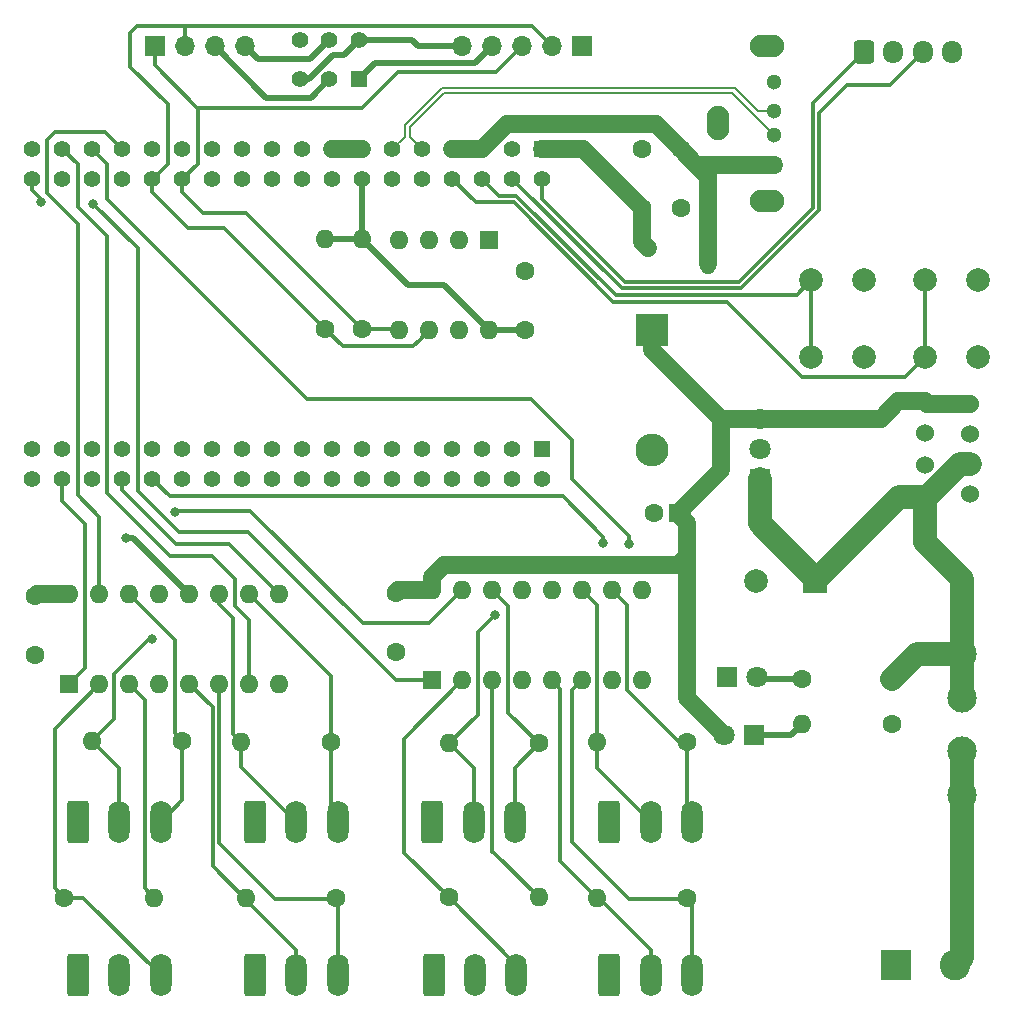
<source format=gbr>
%TF.GenerationSoftware,KiCad,Pcbnew,7.0.7*%
%TF.CreationDate,2023-10-03T01:03:54-04:00*%
%TF.ProjectId,PB_8_DMX,50425f38-5f44-44d5-982e-6b696361645f,v1*%
%TF.SameCoordinates,Original*%
%TF.FileFunction,Copper,L1,Top*%
%TF.FilePolarity,Positive*%
%FSLAX46Y46*%
G04 Gerber Fmt 4.6, Leading zero omitted, Abs format (unit mm)*
G04 Created by KiCad (PCBNEW 7.0.7) date 2023-10-03 01:03:54*
%MOMM*%
%LPD*%
G01*
G04 APERTURE LIST*
G04 Aperture macros list*
%AMRoundRect*
0 Rectangle with rounded corners*
0 $1 Rounding radius*
0 $2 $3 $4 $5 $6 $7 $8 $9 X,Y pos of 4 corners*
0 Add a 4 corners polygon primitive as box body*
4,1,4,$2,$3,$4,$5,$6,$7,$8,$9,$2,$3,0*
0 Add four circle primitives for the rounded corners*
1,1,$1+$1,$2,$3*
1,1,$1+$1,$4,$5*
1,1,$1+$1,$6,$7*
1,1,$1+$1,$8,$9*
0 Add four rect primitives between the rounded corners*
20,1,$1+$1,$2,$3,$4,$5,0*
20,1,$1+$1,$4,$5,$6,$7,0*
20,1,$1+$1,$6,$7,$8,$9,0*
20,1,$1+$1,$8,$9,$2,$3,0*%
G04 Aperture macros list end*
%TA.AperFunction,ComponentPad*%
%ADD10R,1.600000X1.600000*%
%TD*%
%TA.AperFunction,ComponentPad*%
%ADD11C,1.600000*%
%TD*%
%TA.AperFunction,ComponentPad*%
%ADD12RoundRect,0.250000X-0.650000X-1.550000X0.650000X-1.550000X0.650000X1.550000X-0.650000X1.550000X0*%
%TD*%
%TA.AperFunction,ComponentPad*%
%ADD13O,1.800000X3.600000*%
%TD*%
%TA.AperFunction,ComponentPad*%
%ADD14R,1.300000X1.300000*%
%TD*%
%TA.AperFunction,ComponentPad*%
%ADD15C,1.300000*%
%TD*%
%TA.AperFunction,ComponentPad*%
%ADD16O,2.900000X1.900000*%
%TD*%
%TA.AperFunction,ComponentPad*%
%ADD17O,1.900000X2.900000*%
%TD*%
%TA.AperFunction,ComponentPad*%
%ADD18R,1.700000X1.700000*%
%TD*%
%TA.AperFunction,ComponentPad*%
%ADD19O,1.700000X1.700000*%
%TD*%
%TA.AperFunction,ComponentPad*%
%ADD20R,1.800000X1.800000*%
%TD*%
%TA.AperFunction,ComponentPad*%
%ADD21C,1.800000*%
%TD*%
%TA.AperFunction,ComponentPad*%
%ADD22C,1.524000*%
%TD*%
%TA.AperFunction,ComponentPad*%
%ADD23C,1.270000*%
%TD*%
%TA.AperFunction,ComponentPad*%
%ADD24R,1.408000X1.408000*%
%TD*%
%TA.AperFunction,ComponentPad*%
%ADD25C,1.408000*%
%TD*%
%TA.AperFunction,ComponentPad*%
%ADD26O,1.600000X1.600000*%
%TD*%
%TA.AperFunction,ComponentPad*%
%ADD27RoundRect,0.250000X-0.600000X-0.725000X0.600000X-0.725000X0.600000X0.725000X-0.600000X0.725000X0*%
%TD*%
%TA.AperFunction,ComponentPad*%
%ADD28O,1.700000X1.950000*%
%TD*%
%TA.AperFunction,ComponentPad*%
%ADD29R,1.400000X1.400000*%
%TD*%
%TA.AperFunction,ComponentPad*%
%ADD30C,1.400000*%
%TD*%
%TA.AperFunction,ComponentPad*%
%ADD31C,2.475000*%
%TD*%
%TA.AperFunction,ComponentPad*%
%ADD32R,2.600000X2.600000*%
%TD*%
%TA.AperFunction,ComponentPad*%
%ADD33C,2.600000*%
%TD*%
%TA.AperFunction,ComponentPad*%
%ADD34R,2.000000X2.000000*%
%TD*%
%TA.AperFunction,ComponentPad*%
%ADD35C,2.000000*%
%TD*%
%TA.AperFunction,ComponentPad*%
%ADD36R,2.800000X2.800000*%
%TD*%
%TA.AperFunction,ComponentPad*%
%ADD37O,2.800000X2.800000*%
%TD*%
%TA.AperFunction,ViaPad*%
%ADD38C,0.800000*%
%TD*%
%TA.AperFunction,Conductor*%
%ADD39C,1.500000*%
%TD*%
%TA.AperFunction,Conductor*%
%ADD40C,0.350000*%
%TD*%
%TA.AperFunction,Conductor*%
%ADD41C,0.500000*%
%TD*%
%TA.AperFunction,Conductor*%
%ADD42C,2.000000*%
%TD*%
%TA.AperFunction,Conductor*%
%ADD43C,0.200000*%
%TD*%
G04 APERTURE END LIST*
D10*
%TO.P,C2,1*%
%TO.N,+5V*%
X-10631088Y36445700D03*
D11*
%TO.P,C2,2*%
%TO.N,GND*%
X-12631088Y36445700D03*
%TD*%
D12*
%TO.P,J2,1,Pin_1*%
%TO.N,GND*%
X-61416200Y-2664300D03*
D13*
%TO.P,J2,2,Pin_2*%
%TO.N,/Output 1-8/DMX2-*%
X-57916200Y-2664300D03*
%TO.P,J2,3,Pin_3*%
%TO.N,/Output 1-8/DMX2+*%
X-54416200Y-2664300D03*
%TD*%
D12*
%TO.P,J5,1,Pin_1*%
%TO.N,GND*%
X-31416200Y10335700D03*
D13*
%TO.P,J5,2,Pin_2*%
%TO.N,/Output 1-8/DMX5-*%
X-27916200Y10335700D03*
%TO.P,J5,3,Pin_3*%
%TO.N,/Output 1-8/DMX5+*%
X-24416200Y10335700D03*
%TD*%
D12*
%TO.P,J6,1,Pin_1*%
%TO.N,GND*%
X-31301858Y-2664300D03*
D13*
%TO.P,J6,2,Pin_2*%
%TO.N,/Output 1-8/DMX6-*%
X-27801858Y-2664300D03*
%TO.P,J6,3,Pin_3*%
%TO.N,/Output 1-8/DMX6+*%
X-24301858Y-2664300D03*
%TD*%
D12*
%TO.P,J7,1,Pin_1*%
%TO.N,GND*%
X-16416200Y10335700D03*
D13*
%TO.P,J7,2,Pin_2*%
%TO.N,/Output 1-8/DMX7-*%
X-12916200Y10335700D03*
%TO.P,J7,3,Pin_3*%
%TO.N,/Output 1-8/DMX7+*%
X-9416200Y10335700D03*
%TD*%
D12*
%TO.P,J8,1,Pin_1*%
%TO.N,GND*%
X-16416200Y-2664300D03*
D13*
%TO.P,J8,2,Pin_2*%
%TO.N,/Output 1-8/DMX8-*%
X-12916200Y-2664300D03*
%TO.P,J8,3,Pin_3*%
%TO.N,/Output 1-8/DMX8+*%
X-9416200Y-2664300D03*
%TD*%
D12*
%TO.P,J1,1,Pin_1*%
%TO.N,GND*%
X-61416200Y10335700D03*
D13*
%TO.P,J1,2,Pin_2*%
%TO.N,/Output 1-8/DMX1-*%
X-57916200Y10335700D03*
%TO.P,J1,3,Pin_3*%
%TO.N,/Output 1-8/DMX1+*%
X-54416200Y10335700D03*
%TD*%
D12*
%TO.P,J3,1,Pin_1*%
%TO.N,GND*%
X-46416200Y10335700D03*
D13*
%TO.P,J3,2,Pin_2*%
%TO.N,/Output 1-8/DMX3-*%
X-42916200Y10335700D03*
%TO.P,J3,3,Pin_3*%
%TO.N,/Output 1-8/DMX3+*%
X-39416200Y10335700D03*
%TD*%
D12*
%TO.P,J4,1,Pin_1*%
%TO.N,GND*%
X-46416200Y-2664300D03*
D13*
%TO.P,J4,2,Pin_2*%
%TO.N,/Output 1-8/DMX4-*%
X-42916200Y-2664300D03*
%TO.P,J4,3,Pin_3*%
%TO.N,/Output 1-8/DMX4+*%
X-39416200Y-2664300D03*
%TD*%
D14*
%TO.P,J10,1,VBUS*%
%TO.N,V_USB*%
X-2467400Y65989900D03*
D15*
%TO.P,J10,2,D-*%
%TO.N,USB_D-*%
X-2467400Y68489900D03*
%TO.P,J10,3,D+*%
%TO.N,USB_D+*%
X-2467400Y70489900D03*
%TO.P,J10,4,GND*%
%TO.N,GND*%
X-2467400Y72989900D03*
D16*
%TO.P,J10,5,Shield*%
X-3067400Y62919900D03*
D17*
X-7247400Y69489900D03*
D16*
X-3067400Y76059900D03*
%TD*%
D18*
%TO.P,J11,1,Pin_1*%
%TO.N,unconnected-(J11-Pin_1-Pad1)*%
X-18734600Y76024900D03*
D19*
%TO.P,J11,2,Pin_2*%
%TO.N,I2C_SCL*%
X-21274600Y76024900D03*
%TO.P,J11,3,Pin_3*%
%TO.N,I2C_SDA*%
X-23814600Y76024900D03*
%TO.P,J11,4,Pin_4*%
%TO.N,+3.3V*%
X-26354600Y76024900D03*
%TO.P,J11,5,Pin_5*%
%TO.N,GND*%
X-28894600Y76024900D03*
%TD*%
D20*
%TO.P,U1,1,IN*%
%TO.N,+12P*%
X-3698200Y39365700D03*
D21*
%TO.P,U1,2,GND*%
%TO.N,GND*%
X-3698200Y41905700D03*
%TO.P,U1,3,OUT*%
%TO.N,+5V*%
X-3698200Y44445700D03*
D22*
%TO.P,U1,4,OUT*%
X14081800Y45715700D03*
%TO.P,U1,5,GND*%
%TO.N,GND*%
X14081800Y43175700D03*
%TO.P,U1,6,IN*%
%TO.N,+12P*%
X14081800Y40635700D03*
%TO.P,U1,7,EN*%
%TO.N,unconnected-(U1-EN-Pad7)*%
X14081800Y38095700D03*
%TO.P,U1,8,OUT*%
%TO.N,+5V*%
X10271800Y45947640D03*
%TO.P,U1,9,GND*%
%TO.N,GND*%
X10271800Y43252700D03*
%TO.P,U1,10,GND*%
X10271800Y40558700D03*
%TO.P,U1,11,IN*%
%TO.N,+12P*%
X10271800Y37863760D03*
%TD*%
D23*
%TO.P,F2,1*%
%TO.N,V_USB*%
X-8066200Y57285700D03*
%TO.P,F2,2*%
%TO.N,+5V*%
X-13166200Y58885700D03*
%TD*%
D11*
%TO.P,C3,1*%
%TO.N,V_USB*%
X-10341400Y67284900D03*
%TO.P,C3,2*%
%TO.N,GND*%
X-10341400Y62284900D03*
%TD*%
%TO.P,C5,1*%
%TO.N,+5V*%
X-13674600Y62294900D03*
%TO.P,C5,2*%
%TO.N,GND*%
X-13674600Y67294900D03*
%TD*%
D24*
%TO.P,U3,P1_1,SYS_VIN*%
%TO.N,+5V*%
X-22081500Y67318300D03*
D25*
%TO.P,U3,P1_2,AIN6/GPIO87*%
%TO.N,GPIO1*%
X-22081500Y64778300D03*
%TO.P,U3,P1_3,USB1_DRVVBUS*%
%TO.N,unconnected-(U3A-USB1_DRVVBUS-PadP1_3)*%
X-24621500Y67318300D03*
%TO.P,U3,P1_4,GPIO_89*%
%TO.N,GPIO2*%
X-24621500Y64778300D03*
%TO.P,U3,P1_5,USB1_VBUS*%
%TO.N,V_USB*%
X-27161500Y67318300D03*
%TO.P,U3,P1_6,SPI0_CS*%
%TO.N,BTN1*%
X-27161500Y64778300D03*
%TO.P,U3,P1_7,USB1_VIN*%
%TO.N,V_USB*%
X-29701500Y67318300D03*
%TO.P,U3,P1_8,SPI0_CLK*%
%TO.N,BTN2*%
X-29701500Y64778300D03*
%TO.P,U3,P1_9,USB1_DN*%
%TO.N,USB_D-*%
X-32241500Y67318300D03*
%TO.P,U3,P1_10,SPI0_MISO*%
%TO.N,unconnected-(U3A-SPI0_MISO-PadP1_10)*%
X-32241500Y64778300D03*
%TO.P,U3,P1_11,USB1_DP*%
%TO.N,USB_D+*%
X-34781500Y67318300D03*
%TO.P,U3,P1_12,SPI0_MOSI*%
%TO.N,unconnected-(U3A-SPI0_MOSI-PadP1_12)*%
X-34781500Y64778300D03*
%TO.P,U3,P1_13,USB1_ID*%
%TO.N,GND*%
X-37321500Y67318300D03*
%TO.P,U3,P1_14,SYS_3.3V*%
%TO.N,+3.3V*%
X-37321500Y64778300D03*
%TO.P,U3,P1_15,USB1_GND*%
%TO.N,GND*%
X-39861500Y67318300D03*
%TO.P,U3,P1_16,SYS_GND*%
X-39861500Y64778300D03*
%TO.P,U3,P1_17,AIN1.8V_REF-*%
X-42401500Y67318300D03*
%TO.P,U3,P1_18,AIN1.8V_REF+*%
%TO.N,unconnected-(U3A-AIN1.8V_REF+-PadP1_18)*%
X-42401500Y64778300D03*
%TO.P,U3,P1_19,AIN0(1.8V)*%
%TO.N,unconnected-(U3A-AIN0(1.8V)-PadP1_19)*%
X-44941500Y67318300D03*
%TO.P,U3,P1_20,GPIO_20*%
%TO.N,unconnected-(U3A-GPIO_20-PadP1_20)*%
X-44941500Y64778300D03*
%TO.P,U3,P1_21,AIN1(1.8V)*%
%TO.N,unconnected-(U3A-AIN1(1.8V)-PadP1_21)*%
X-47481500Y67318300D03*
%TO.P,U3,P1_22,SYS_GND*%
%TO.N,GND*%
X-47481500Y64778300D03*
%TO.P,U3,P1_23,AIN2(1.8V)*%
%TO.N,unconnected-(U3A-AIN2(1.8V)-PadP1_23)*%
X-50021500Y67318300D03*
%TO.P,U3,P1_24,SYS_VOUT*%
%TO.N,unconnected-(U3A-SYS_VOUT-PadP1_24)*%
X-50021500Y64778300D03*
%TO.P,U3,P1_25,AIN3(1.8V)*%
%TO.N,unconnected-(U3A-AIN3(1.8V)-PadP1_25)*%
X-52561500Y67318300D03*
%TO.P,U3,P1_26,I2C2_SDA*%
%TO.N,I2C_SDA*%
X-52561500Y64778300D03*
%TO.P,U3,P1_27,AIN4(1.8V)*%
%TO.N,unconnected-(U3A-AIN4(1.8V)-PadP1_27)*%
X-55101500Y67318300D03*
%TO.P,U3,P1_28,I2C2_SCL*%
%TO.N,I2C_SCL*%
X-55101500Y64778300D03*
%TO.P,U3,P1_29,PRU0_7*%
%TO.N,DATA1*%
X-57641500Y67318300D03*
%TO.P,U3,P1_30,UART0_TX*%
%TO.N,unconnected-(U3A-UART0_TX-PadP1_30)*%
X-57641500Y64778300D03*
%TO.P,U3,P1_31,PRU0_4*%
%TO.N,DATA8*%
X-60181500Y67318300D03*
%TO.P,U3,P1_32,UART0_RX*%
%TO.N,unconnected-(U3A-UART0_RX-PadP1_32)*%
X-60181500Y64778300D03*
%TO.P,U3,P1_33,PRU0_1*%
%TO.N,DATA4*%
X-62721500Y67318300D03*
%TO.P,U3,P1_34,GPIO_26*%
%TO.N,unconnected-(U3A-GPIO_26-PadP1_34)*%
X-62721500Y64778300D03*
%TO.P,U3,P1_35,PRU1_10*%
%TO.N,unconnected-(U3A-PRU1_10-PadP1_35)*%
X-65261500Y67318300D03*
%TO.P,U3,P1_36,PWM0_A*%
%TO.N,DATA6*%
X-65261500Y64778300D03*
D24*
%TO.P,U3,P2_1,PWM1_A*%
%TO.N,unconnected-(U3B-PWM1_A-PadP2_1)*%
X-22081500Y41918300D03*
D25*
%TO.P,U3,P2_2,GPIO_59*%
%TO.N,unconnected-(U3B-GPIO_59-PadP2_2)*%
X-22081500Y39378300D03*
%TO.P,U3,P2_3,GPIO_23*%
%TO.N,unconnected-(U3B-GPIO_23-PadP2_3)*%
X-24621500Y41918300D03*
%TO.P,U3,P2_4,GPIO_58*%
%TO.N,unconnected-(U3B-GPIO_58-PadP2_4)*%
X-24621500Y39378300D03*
%TO.P,U3,P2_5,UART4_RX*%
%TO.N,unconnected-(U3B-UART4_RX-PadP2_5)*%
X-27161500Y41918300D03*
%TO.P,U3,P2_6,GPIO_57*%
%TO.N,unconnected-(U3B-GPIO_57-PadP2_6)*%
X-27161500Y39378300D03*
%TO.P,U3,P2_7,UART4_TX*%
%TO.N,unconnected-(U3B-UART4_TX-PadP2_7)*%
X-29701500Y41918300D03*
%TO.P,U3,P2_8,GPIO_60*%
%TO.N,unconnected-(U3B-GPIO_60-PadP2_8)*%
X-29701500Y39378300D03*
%TO.P,U3,P2_9,I2C1_SCL*%
%TO.N,unconnected-(U3B-I2C1_SCL-PadP2_9)*%
X-32241500Y41918300D03*
%TO.P,U3,P2_10,GPIO_52*%
%TO.N,unconnected-(U3B-GPIO_52-PadP2_10)*%
X-32241500Y39378300D03*
%TO.P,U3,P2_11,I2C1_SDA*%
%TO.N,unconnected-(U3B-I2C1_SDA-PadP2_11)*%
X-34781500Y41918300D03*
%TO.P,U3,P2_12,SYS_PWRBTN*%
%TO.N,unconnected-(U3B-SYS_PWRBTN-PadP2_12)*%
X-34781500Y39378300D03*
%TO.P,U3,P2_13,SYS_VOUT*%
%TO.N,unconnected-(U3A-SYS_VOUT-PadP2_13)*%
X-37321500Y41918300D03*
%TO.P,U3,P2_14,BAT_VIN*%
%TO.N,unconnected-(U3B-BAT_VIN-PadP2_14)*%
X-37321500Y39378300D03*
%TO.P,U3,P2_15,SYS_GND*%
%TO.N,GND*%
X-39861500Y41918300D03*
%TO.P,U3,P2_16,BAT_TEMP*%
%TO.N,unconnected-(U3B-BAT_TEMP-PadP2_16)*%
X-39861500Y39378300D03*
%TO.P,U3,P2_17,GPIO_65*%
%TO.N,unconnected-(U3B-GPIO_65-PadP2_17)*%
X-42401500Y41918300D03*
%TO.P,U3,P2_18,GPIO_47*%
%TO.N,unconnected-(U3B-GPIO_47-PadP2_18)*%
X-42401500Y39378300D03*
%TO.P,U3,P2_19,GPIO_27*%
%TO.N,unconnected-(U3B-GPIO_27-PadP2_19)*%
X-44941500Y41918300D03*
%TO.P,U3,P2_20,GPIO_64*%
%TO.N,unconnected-(U3B-GPIO_64-PadP2_20)*%
X-44941500Y39378300D03*
%TO.P,U3,P2_21,SYS_GND*%
%TO.N,GND*%
X-47481500Y41918300D03*
%TO.P,U3,P2_22,GPIO_46*%
%TO.N,unconnected-(U3B-GPIO_46-PadP2_22)*%
X-47481500Y39378300D03*
%TO.P,U3,P2_23,SYS_3.3V*%
%TO.N,unconnected-(U3A-SYS_3.3V-PadP2_23)*%
X-50021500Y41918300D03*
%TO.P,U3,P2_24,GPIO_48*%
%TO.N,unconnected-(U3B-GPIO_48-PadP2_24)*%
X-50021500Y39378300D03*
%TO.P,U3,P2_25,SPI1_MOSI*%
%TO.N,unconnected-(U3B-SPI1_MOSI-PadP2_25)*%
X-52561500Y41918300D03*
%TO.P,U3,P2_26,SYS_NRST*%
%TO.N,unconnected-(U3B-SYS_NRST-PadP2_26)*%
X-52561500Y39378300D03*
%TO.P,U3,P2_27,SPI1_MISO*%
%TO.N,unconnected-(U3B-SPI1_MISO-PadP2_27)*%
X-55101500Y41918300D03*
%TO.P,U3,P2_28,PRU0_6*%
%TO.N,DATA7*%
X-55101500Y39378300D03*
%TO.P,U3,P2_29,SPI1_CLK*%
%TO.N,unconnected-(U3B-SPI1_CLK-PadP2_29)*%
X-57641500Y41918300D03*
%TO.P,U3,P2_30,PRU0_3*%
%TO.N,DATA3*%
X-57641500Y39378300D03*
%TO.P,U3,P2_31,SPI1_CS*%
%TO.N,unconnected-(U3B-SPI1_CS-PadP2_31)*%
X-60181500Y41918300D03*
%TO.P,U3,P2_32,PRU0_2*%
%TO.N,DATA5*%
X-60181500Y39378300D03*
%TO.P,U3,P2_33,GPIO_45*%
%TO.N,unconnected-(U3B-GPIO_45-PadP2_33)*%
X-62721500Y41918300D03*
%TO.P,U3,P2_34,PRU0_5*%
%TO.N,DATA2*%
X-62721500Y39378300D03*
%TO.P,U3,P2_35,AIN5/GPIO86*%
%TO.N,unconnected-(U3B-AIN5{slash}GPIO86-PadP2_35)*%
X-65261500Y41918300D03*
%TO.P,U3,P2_36,AIN7(1.8V)*%
%TO.N,unconnected-(U3B-AIN7(1.8V)-PadP2_36)*%
X-65261500Y39378300D03*
%TD*%
D18*
%TO.P,J13,1,Pin_1*%
%TO.N,I2C_SDA*%
X-54924600Y76024900D03*
D19*
%TO.P,J13,2,Pin_2*%
%TO.N,I2C_SCL*%
X-52384600Y76024900D03*
%TO.P,J13,3,Pin_3*%
%TO.N,/OLED_Pin_3*%
X-49844600Y76024900D03*
%TO.P,J13,4,Pin_4*%
%TO.N,/OLED_Pin_4*%
X-47304600Y76024900D03*
%TD*%
D20*
%TO.P,D1,1,K*%
%TO.N,GND*%
X-6431200Y22585700D03*
D21*
%TO.P,D1,2,A*%
%TO.N,Net-(D1-A)*%
X-3891200Y22585700D03*
%TD*%
D11*
%TO.P,R1,1*%
%TO.N,Net-(D1-A)*%
X-76200Y22460700D03*
D26*
%TO.P,R1,2*%
%TO.N,+12P*%
X7543800Y22460700D03*
%TD*%
D20*
%TO.P,D2,1,K*%
%TO.N,Net-(D2-K)*%
X-4136200Y17680700D03*
D21*
%TO.P,D2,2,A*%
%TO.N,+5V*%
X-6676200Y17680700D03*
%TD*%
D11*
%TO.P,R2,1*%
%TO.N,GND*%
X7518800Y18635700D03*
D26*
%TO.P,R2,2*%
%TO.N,Net-(D2-K)*%
X-101200Y18635700D03*
%TD*%
D27*
%TO.P,J12,1,Pin_1*%
%TO.N,GPIO1*%
X5116600Y75508900D03*
D28*
%TO.P,J12,2,Pin_2*%
%TO.N,GND*%
X7616600Y75508900D03*
%TO.P,J12,3,Pin_3*%
%TO.N,GPIO2*%
X10116600Y75508900D03*
%TO.P,J12,4,Pin_4*%
%TO.N,GND*%
X12616600Y75508900D03*
%TD*%
D29*
%TO.P,SW1,1,A*%
%TO.N,+3.3V*%
X-37621000Y73218900D03*
D30*
%TO.P,SW1,2,B*%
%TO.N,/OLED_Pin_3*%
X-40121000Y73218900D03*
%TO.P,SW1,3,C*%
%TO.N,GND*%
X-42621000Y73218900D03*
%TO.P,SW1,4,A*%
X-37621000Y76518900D03*
%TO.P,SW1,5,B*%
%TO.N,/OLED_Pin_4*%
X-40121000Y76518900D03*
%TO.P,SW1,6,C*%
%TO.N,+3.3V*%
X-42621000Y76518900D03*
%TD*%
D31*
%TO.P,F1,1_1,1*%
%TO.N,VIN2*%
X13433800Y12635700D03*
%TO.P,F1,1_2,1*%
X13433800Y16335700D03*
%TO.P,F1,2_1,2*%
%TO.N,+12P*%
X13433800Y20835700D03*
%TO.P,F1,2_2,2*%
X13433800Y24535700D03*
%TD*%
D32*
%TO.P,J9,1,Pin_1*%
%TO.N,GND*%
X7883800Y-1764300D03*
D33*
%TO.P,J9,2,Pin_2*%
%TO.N,VIN2*%
X12883800Y-1764300D03*
%TD*%
D34*
%TO.P,C1,1*%
%TO.N,+12P*%
X1001600Y30735900D03*
D35*
%TO.P,C1,2*%
%TO.N,GND*%
X-3998400Y30735900D03*
%TD*%
D11*
%TO.P,R3,1*%
%TO.N,I2C_SDA*%
X-37366200Y52085700D03*
D26*
%TO.P,R3,2*%
%TO.N,+3.3V*%
X-37366200Y59705700D03*
%TD*%
D11*
%TO.P,R4,1*%
%TO.N,I2C_SCL*%
X-40466200Y52085700D03*
D26*
%TO.P,R4,2*%
%TO.N,+3.3V*%
X-40466200Y59705700D03*
%TD*%
D10*
%TO.P,U2,1,A0*%
%TO.N,GND*%
X-26566200Y59585700D03*
D26*
%TO.P,U2,2,A1*%
X-29106200Y59585700D03*
%TO.P,U2,3,A2*%
X-31646200Y59585700D03*
%TO.P,U2,4,GND*%
X-34186200Y59585700D03*
%TO.P,U2,5,SDA*%
%TO.N,I2C_SDA*%
X-34186200Y51965700D03*
%TO.P,U2,6,SCL*%
%TO.N,I2C_SCL*%
X-31646200Y51965700D03*
%TO.P,U2,7,WP*%
%TO.N,GND*%
X-29106200Y51965700D03*
%TO.P,U2,8,VCC*%
%TO.N,+3.3V*%
X-26566200Y51965700D03*
%TD*%
D11*
%TO.P,C4,1*%
%TO.N,+3.3V*%
X-23566200Y51985700D03*
%TO.P,C4,2*%
%TO.N,GND*%
X-23566200Y56985700D03*
%TD*%
D35*
%TO.P,SW2,1,A*%
%TO.N,GND*%
X5183800Y56185700D03*
X5183800Y49685700D03*
%TO.P,SW2,2,B*%
%TO.N,BTN1*%
X683800Y56185700D03*
X683800Y49685700D03*
%TD*%
%TO.P,SW3,1,A*%
%TO.N,GND*%
X14783800Y56185700D03*
X14783800Y49685700D03*
%TO.P,SW3,2,B*%
%TO.N,BTN2*%
X10283800Y56185700D03*
X10283800Y49685700D03*
%TD*%
D36*
%TO.P,D3,1,K*%
%TO.N,+5V*%
X-12806200Y51995700D03*
D37*
%TO.P,D3,2,A*%
%TO.N,GND*%
X-12806200Y41835700D03*
%TD*%
D10*
%TO.P,IC2,1,1A*%
%TO.N,DATA6*%
X-31416200Y22315700D03*
D26*
%TO.P,IC2,2,1Y*%
%TO.N,/Output 1-8/DMX6+*%
X-28876200Y22315700D03*
%TO.P,IC2,3,1Z*%
%TO.N,/Output 1-8/DMX6-*%
X-26336200Y22315700D03*
%TO.P,IC2,4,G*%
%TO.N,unconnected-(IC2-G-Pad4)*%
X-23796200Y22315700D03*
%TO.P,IC2,5,2Z*%
%TO.N,/Output 1-8/DMX8-*%
X-21256200Y22315700D03*
%TO.P,IC2,6,2Y*%
%TO.N,/Output 1-8/DMX8+*%
X-18716200Y22315700D03*
%TO.P,IC2,7,2A*%
%TO.N,DATA8*%
X-16176200Y22315700D03*
%TO.P,IC2,8,GND*%
%TO.N,GND*%
X-13636200Y22315700D03*
%TO.P,IC2,9,3A*%
%TO.N,DATA7*%
X-13636200Y29935700D03*
%TO.P,IC2,10,3Y*%
%TO.N,/Output 1-8/DMX7+*%
X-16176200Y29935700D03*
%TO.P,IC2,11,3Z*%
%TO.N,/Output 1-8/DMX7-*%
X-18716200Y29935700D03*
%TO.P,IC2,12,~{G}*%
%TO.N,GND*%
X-21256200Y29935700D03*
%TO.P,IC2,13,4Z*%
%TO.N,/Output 1-8/DMX5-*%
X-23796200Y29935700D03*
%TO.P,IC2,14,4Y*%
%TO.N,/Output 1-8/DMX5+*%
X-26336200Y29935700D03*
%TO.P,IC2,15,4A*%
%TO.N,DATA5*%
X-28876200Y29935700D03*
%TO.P,IC2,16,VCC*%
%TO.N,+5V*%
X-31416200Y29935700D03*
%TD*%
D11*
%TO.P,R12,1*%
%TO.N,/Output 1-8/DMX5+*%
X-22366200Y16985700D03*
D26*
%TO.P,R12,2*%
%TO.N,/Output 1-8/DMX5-*%
X-29986200Y16985700D03*
%TD*%
D11*
%TO.P,C7,1*%
%TO.N,+5V*%
X-34516200Y29735700D03*
%TO.P,C7,2*%
%TO.N,GND*%
X-34516200Y24735700D03*
%TD*%
%TO.P,C6,1*%
%TO.N,+5V*%
X-65016200Y29485700D03*
%TO.P,C6,2*%
%TO.N,GND*%
X-65016200Y24485700D03*
%TD*%
%TO.P,R7,1*%
%TO.N,/Output 1-8/DMX3+*%
X-39966200Y17135700D03*
D26*
%TO.P,R7,2*%
%TO.N,/Output 1-8/DMX3-*%
X-47586200Y17135700D03*
%TD*%
D11*
%TO.P,R6,1*%
%TO.N,/Output 1-8/DMX4+*%
X-39566200Y3885700D03*
D26*
%TO.P,R6,2*%
%TO.N,/Output 1-8/DMX4-*%
X-47186200Y3885700D03*
%TD*%
D11*
%TO.P,R11,1*%
%TO.N,/Output 1-8/DMX7+*%
X-9856200Y17135700D03*
D26*
%TO.P,R11,2*%
%TO.N,/Output 1-8/DMX7-*%
X-17476200Y17135700D03*
%TD*%
D11*
%TO.P,R8,1*%
%TO.N,/Output 1-8/DMX1+*%
X-52566200Y17185700D03*
D26*
%TO.P,R8,2*%
%TO.N,/Output 1-8/DMX1-*%
X-60186200Y17185700D03*
%TD*%
D11*
%TO.P,R9,1*%
%TO.N,/Output 1-8/DMX6+*%
X-30026200Y3935700D03*
D26*
%TO.P,R9,2*%
%TO.N,/Output 1-8/DMX6-*%
X-22406200Y3935700D03*
%TD*%
D11*
%TO.P,R10,1*%
%TO.N,/Output 1-8/DMX8+*%
X-9816200Y3885700D03*
D26*
%TO.P,R10,2*%
%TO.N,/Output 1-8/DMX8-*%
X-17436200Y3885700D03*
%TD*%
D10*
%TO.P,IC1,1,1A*%
%TO.N,DATA2*%
X-62136200Y21985700D03*
D26*
%TO.P,IC1,2,1Y*%
%TO.N,/Output 1-8/DMX2+*%
X-59596200Y21985700D03*
%TO.P,IC1,3,1Z*%
%TO.N,/Output 1-8/DMX2-*%
X-57056200Y21985700D03*
%TO.P,IC1,4,G*%
%TO.N,unconnected-(IC1-G-Pad4)*%
X-54516200Y21985700D03*
%TO.P,IC1,5,2Z*%
%TO.N,/Output 1-8/DMX4-*%
X-51976200Y21985700D03*
%TO.P,IC1,6,2Y*%
%TO.N,/Output 1-8/DMX4+*%
X-49436200Y21985700D03*
%TO.P,IC1,7,2A*%
%TO.N,DATA4*%
X-46896200Y21985700D03*
%TO.P,IC1,8,GND*%
%TO.N,GND*%
X-44356200Y21985700D03*
%TO.P,IC1,9,3A*%
%TO.N,DATA3*%
X-44356200Y29605700D03*
%TO.P,IC1,10,3Y*%
%TO.N,/Output 1-8/DMX3+*%
X-46896200Y29605700D03*
%TO.P,IC1,11,3Z*%
%TO.N,/Output 1-8/DMX3-*%
X-49436200Y29605700D03*
%TO.P,IC1,12,~{G}*%
%TO.N,GND*%
X-51976200Y29605700D03*
%TO.P,IC1,13,4Z*%
%TO.N,/Output 1-8/DMX1-*%
X-54516200Y29605700D03*
%TO.P,IC1,14,4Y*%
%TO.N,/Output 1-8/DMX1+*%
X-57056200Y29605700D03*
%TO.P,IC1,15,4A*%
%TO.N,DATA1*%
X-59596200Y29605700D03*
%TO.P,IC1,16,VCC*%
%TO.N,+5V*%
X-62136200Y29605700D03*
%TD*%
D11*
%TO.P,R5,1*%
%TO.N,/Output 1-8/DMX2+*%
X-62566200Y3885700D03*
D26*
%TO.P,R5,2*%
%TO.N,/Output 1-8/DMX2-*%
X-54946200Y3885700D03*
%TD*%
D38*
%TO.N,GND*%
X-57316200Y34385700D03*
%TO.N,DATA5*%
X-53216200Y36585700D03*
%TO.N,DATA6*%
X-60116200Y62685700D03*
X-64516200Y62785700D03*
%TO.N,DATA7*%
X-16916200Y33985700D03*
%TO.N,DATA8*%
X-14716200Y33885700D03*
%TO.N,/Output 1-8/DMX1-*%
X-55116200Y25785700D03*
%TO.N,/Output 1-8/DMX5-*%
X-26066200Y27885700D03*
%TD*%
D39*
%TO.N,GND*%
X-39861500Y67318300D02*
X-37321500Y67318300D01*
D40*
%TO.N,DATA1*%
X-63316200Y68785700D02*
X-59108900Y68785700D01*
X-64016200Y63585700D02*
X-64016200Y68085700D01*
X-61416200Y37985700D02*
X-61416200Y60985700D01*
X-59596200Y36165700D02*
X-61416200Y37985700D01*
X-61416200Y60985700D02*
X-64016200Y63585700D01*
X-64016200Y68085700D02*
X-63316200Y68785700D01*
X-59108900Y68785700D02*
X-57641500Y67318300D01*
X-59596200Y29605700D02*
X-59596200Y36165700D01*
D39*
%TO.N,+5V*%
X-18648800Y67318300D02*
X-22081500Y67318300D01*
X-13674600Y62344100D02*
X-18648800Y67318300D01*
X-13674600Y62294900D02*
X-13674600Y62344100D01*
D40*
%TO.N,I2C_SDA*%
X-26053800Y73785700D02*
X-23814600Y76024900D01*
X-34344200Y73785700D02*
X-26053800Y73785700D01*
X-37349400Y70780500D02*
X-34344200Y73785700D01*
X-51311600Y70780500D02*
X-37349400Y70780500D01*
D41*
%TO.N,+3.3V*%
X-36234000Y74605900D02*
X-37621000Y73218900D01*
X-27773600Y74605900D02*
X-36234000Y74605900D01*
X-26354600Y76024900D02*
X-27773600Y74605900D01*
%TO.N,GND*%
X-33149400Y76518900D02*
X-32655400Y76024900D01*
X-37621000Y76518900D02*
X-33149400Y76518900D01*
X-32655400Y76024900D02*
X-28894600Y76024900D01*
D40*
%TO.N,DATA5*%
X-31676200Y27135700D02*
X-28876200Y29935700D01*
X-37316200Y27135700D02*
X-31676200Y27135700D01*
X-46816200Y36635700D02*
X-37316200Y27135700D01*
X-53216200Y36585700D02*
X-53166200Y36635700D01*
X-53166200Y36635700D02*
X-46816200Y36635700D01*
D39*
%TO.N,+5V*%
X8045740Y45947640D02*
X10271800Y45947640D01*
X6543800Y44445700D02*
X8045740Y45947640D01*
X-3698200Y44445700D02*
X6543800Y44445700D01*
D42*
%TO.N,+12P*%
X13264909Y40635700D02*
X10492969Y37863760D01*
X14081800Y40635700D02*
X13264909Y40635700D01*
X10492969Y37863760D02*
X10271800Y37863760D01*
D41*
%TO.N,GND*%
X-42621000Y73218900D02*
X-41888767Y73218900D01*
X-39838767Y75268900D02*
X-38871000Y75268900D01*
X-41888767Y73218900D02*
X-39838767Y75268900D01*
X-51976200Y29605700D02*
X-56756200Y34385700D01*
X-56756200Y34385700D02*
X-57316200Y34385700D01*
X-38871000Y75268900D02*
X-37621000Y76518900D01*
D39*
%TO.N,+5V*%
X-31416200Y29935700D02*
X-31416200Y31067070D01*
X-12806200Y50275700D02*
X-6976200Y44445700D01*
X-10631088Y36445700D02*
X-6976200Y40100588D01*
X-62136200Y29605700D02*
X-64896200Y29605700D01*
X10503740Y45715700D02*
X10271800Y45947640D01*
X-13674600Y59394100D02*
X-13166200Y58885700D01*
X-10631088Y36445700D02*
X-9816200Y35630812D01*
X-13674600Y62294900D02*
X-13674600Y59394100D01*
X-30397570Y32085700D02*
X-10616200Y32085700D01*
X-9816200Y20820700D02*
X-6676200Y17680700D01*
X-34316200Y29935700D02*
X-34516200Y29735700D01*
X-9816200Y35630812D02*
X-9816200Y32885700D01*
X-12806200Y51995700D02*
X-12806200Y50275700D01*
X-9816200Y32885700D02*
X-9816200Y20820700D01*
X-31416200Y31067070D02*
X-30397570Y32085700D01*
X-64896200Y29605700D02*
X-65016200Y29485700D01*
X-31416200Y29935700D02*
X-34316200Y29935700D01*
X-6976200Y40100588D02*
X-6976200Y44445700D01*
X-10616200Y32085700D02*
X-9816200Y32885700D01*
X-6976200Y44445700D02*
X-3698200Y44445700D01*
X14081800Y45715700D02*
X10503740Y45715700D01*
D42*
%TO.N,VIN2*%
X13433800Y-1214300D02*
X12883800Y-1764300D01*
X13433800Y12635700D02*
X13433800Y-1214300D01*
X13433800Y16335700D02*
X13433800Y12635700D01*
D43*
%TO.N,USB_D+*%
X-3831003Y70489900D02*
X-2467400Y70489900D01*
X-33736500Y69344400D02*
X-30602200Y72478700D01*
X-5819803Y72478700D02*
X-3831003Y70489900D01*
X-30602200Y72478700D02*
X-5819803Y72478700D01*
X-33736500Y68363300D02*
X-33736500Y69344400D01*
X-34781500Y67318300D02*
X-33736500Y68363300D01*
%TO.N,USB_D-*%
X-4149202Y70171702D02*
X-2467400Y68489900D01*
X-33286500Y69158000D02*
X-30415800Y72028700D01*
X-33286500Y68363300D02*
X-33286500Y69158000D01*
X-32241500Y67318300D02*
X-33286500Y68363300D01*
X-30415800Y72028700D02*
X-6006200Y72028700D01*
X-6006200Y72028700D02*
X-4149202Y70171702D01*
D39*
%TO.N,V_USB*%
X-29701500Y67318300D02*
X-27161500Y67318300D01*
X-2467400Y65989900D02*
X-9046400Y65989900D01*
X-8066200Y57585700D02*
X-8066200Y65009700D01*
X-27161500Y67318300D02*
X-25074100Y69405700D01*
X-9046400Y65989900D02*
X-10341400Y67284900D01*
X-12462200Y69405700D02*
X-10341400Y67284900D01*
X-25074100Y69405700D02*
X-12462200Y69405700D01*
X-8066200Y65009700D02*
X-9046400Y65989900D01*
D40*
%TO.N,DATA2*%
X-60771200Y35590700D02*
X-60771200Y23350700D01*
X-62721500Y37541000D02*
X-60771200Y35590700D01*
X-60771200Y23350700D02*
X-62136200Y21985700D01*
X-62721500Y39378300D02*
X-62721500Y37541000D01*
X-62721500Y39378300D02*
X-62721500Y39280400D01*
%TO.N,DATA3*%
X-53116200Y33885700D02*
X-57641500Y38411000D01*
X-44356200Y29605700D02*
X-48636200Y33885700D01*
X-48636200Y33885700D02*
X-53116200Y33885700D01*
X-57641500Y38411000D02*
X-57641500Y39378300D01*
%TO.N,DATA4*%
X-46896200Y21985700D02*
X-46896200Y27465700D01*
X-48071200Y28640700D02*
X-48071200Y30890700D01*
X-53616200Y32885700D02*
X-58941200Y38210700D01*
X-61416200Y62385700D02*
X-61416200Y66013000D01*
X-58941200Y59910700D02*
X-61416200Y62385700D01*
X-50066200Y32885700D02*
X-53616200Y32885700D01*
X-48071200Y30890700D02*
X-50066200Y32885700D01*
X-46896200Y27465700D02*
X-48071200Y28640700D01*
X-58941200Y38210700D02*
X-58941200Y59910700D01*
X-61416200Y66013000D02*
X-62721500Y67318300D01*
%TO.N,DATA6*%
X-47017761Y34885700D02*
X-34447761Y22315700D01*
X-52816200Y34885700D02*
X-47017761Y34885700D01*
X-64516200Y62785700D02*
X-64516200Y63085700D01*
X-65261500Y63831000D02*
X-65261500Y64778300D01*
X-34447761Y22315700D02*
X-31416200Y22315700D01*
X-56316200Y58885700D02*
X-56316200Y38385700D01*
X-60116200Y62685700D02*
X-56316200Y58885700D01*
X-64516200Y63085700D02*
X-65261500Y63831000D01*
X-56316200Y38385700D02*
X-52816200Y34885700D01*
%TO.N,DATA7*%
X-16916200Y34485700D02*
X-20316200Y37885700D01*
X-16916200Y33985700D02*
X-16916200Y34485700D01*
X-53608900Y37885700D02*
X-55101500Y39378300D01*
X-20316200Y37885700D02*
X-53608900Y37885700D01*
%TO.N,DATA8*%
X-42016200Y46135700D02*
X-58916200Y63035700D01*
X-19566200Y39385700D02*
X-19566200Y42635700D01*
X-23066200Y46135700D02*
X-42016200Y46135700D01*
X-58916200Y63035700D02*
X-58916200Y66053000D01*
X-19566200Y42635700D02*
X-23066200Y46135700D01*
X-58916200Y66053000D02*
X-60181500Y67318300D01*
X-14716200Y34535700D02*
X-19566200Y39385700D01*
X-14716200Y33885700D02*
X-14716200Y34535700D01*
%TO.N,I2C_SDA*%
X-34306200Y52085700D02*
X-34186200Y51965700D01*
X-51286200Y70755100D02*
X-51311600Y70780500D01*
X-54924600Y76024900D02*
X-54924600Y74393500D01*
X-52561500Y63631000D02*
X-52561500Y64778300D01*
X-37366200Y52085700D02*
X-47166200Y61885700D01*
X-52561500Y64778300D02*
X-51286200Y66053600D01*
X-51286200Y66053600D02*
X-51286200Y70755100D01*
X-54924600Y74393500D02*
X-51311600Y70780500D01*
X-37366200Y52085700D02*
X-34306200Y52085700D01*
X-47166200Y61885700D02*
X-50816200Y61885700D01*
X-50816200Y61885700D02*
X-52561500Y63631000D01*
%TO.N,I2C_SCL*%
X-52384600Y77734900D02*
X-52384600Y76024900D01*
X-22984600Y77734900D02*
X-50674600Y77734900D01*
X-53794600Y66064900D02*
X-53794600Y71074900D01*
X-21274600Y76024900D02*
X-22984600Y77734900D01*
X-33026200Y50585700D02*
X-32446199Y51165701D01*
X-38966200Y50585700D02*
X-33026200Y50585700D01*
X-55101500Y63671000D02*
X-55101500Y64778300D01*
X-56994600Y77134900D02*
X-56394600Y77734900D01*
X-55081200Y64778300D02*
X-53794600Y66064900D01*
X-56994600Y74274900D02*
X-56994600Y77134900D01*
X-40466200Y52085700D02*
X-49016200Y60635700D01*
X-40466200Y52085700D02*
X-38966200Y50585700D01*
X-56394600Y77734900D02*
X-50674600Y77734900D01*
X-55101500Y64778300D02*
X-55081200Y64778300D01*
X-32446199Y51165701D02*
X-31646200Y51965700D01*
X-53794600Y71074900D02*
X-56994600Y74274900D01*
X-52066200Y60635700D02*
X-55101500Y63671000D01*
X-49016200Y60635700D02*
X-52066200Y60635700D01*
X-50674600Y77734900D02*
X-52384600Y77734900D01*
D42*
%TO.N,+12P*%
X1001600Y30735900D02*
X1001600Y30903100D01*
X-3698200Y35602900D02*
X-3698200Y39365700D01*
X10271800Y37863760D02*
X8129460Y37863760D01*
X10271800Y37863760D02*
X10271800Y34047700D01*
X13433800Y20835700D02*
X13433800Y24535700D01*
X9618800Y24535700D02*
X7543800Y22460700D01*
X10271800Y34047700D02*
X13433800Y30885700D01*
X1001600Y30903100D02*
X-3698200Y35602900D01*
X8129460Y37863760D02*
X1001600Y30735900D01*
X13433800Y24535700D02*
X9618800Y24535700D01*
X13433800Y30885700D02*
X13433800Y24535700D01*
D40*
%TO.N,/Output 1-8/DMX2+*%
X-63376200Y18205700D02*
X-63376200Y4695700D01*
X-62566200Y3885700D02*
X-60966200Y3885700D01*
X-63376200Y4695700D02*
X-62566200Y3885700D01*
X-59596200Y21985700D02*
X-63376200Y18205700D01*
X-60966200Y3885700D02*
X-54416200Y-2664300D01*
%TO.N,/Output 1-8/DMX2-*%
X-55756200Y4695700D02*
X-54946200Y3885700D01*
X-57056200Y21985700D02*
X-55756200Y20685700D01*
X-55756200Y20685700D02*
X-55756200Y4695700D01*
%TO.N,/Output 1-8/DMX4-*%
X-47186200Y3885700D02*
X-47316200Y3885700D01*
X-42916200Y-514300D02*
X-47186200Y3755700D01*
X-47186200Y3755700D02*
X-47186200Y3885700D01*
X-47316200Y3885700D02*
X-50016200Y6585700D01*
X-50016200Y6585700D02*
X-50016200Y20025700D01*
X-50016200Y20025700D02*
X-51976200Y21985700D01*
X-42916200Y-2664300D02*
X-42916200Y-514300D01*
%TO.N,/Output 1-8/DMX4+*%
X-44741200Y3835700D02*
X-49436200Y8530700D01*
X-39616200Y3835700D02*
X-44741200Y3835700D01*
X-39566200Y3885700D02*
X-39616200Y3835700D01*
X-49436200Y8530700D02*
X-49436200Y21985700D01*
X-39416200Y3735700D02*
X-39566200Y3885700D01*
X-39416200Y-2664300D02*
X-39416200Y3735700D01*
%TO.N,/Output 1-8/DMX3+*%
X-39966200Y10885700D02*
X-39416200Y10335700D01*
X-39966200Y17135700D02*
X-39966200Y10885700D01*
X-39966200Y22675700D02*
X-46896200Y29605700D01*
X-39966200Y17135700D02*
X-39966200Y22675700D01*
%TO.N,/Output 1-8/DMX3-*%
X-48261200Y17810700D02*
X-48261200Y27580700D01*
X-47586200Y15005700D02*
X-47586200Y17135700D01*
X-47586200Y17135700D02*
X-48261200Y17810700D01*
X-48261200Y27580700D02*
X-49436200Y28755700D01*
X-49436200Y28755700D02*
X-49436200Y29605700D01*
X-42916200Y10335700D02*
X-47586200Y15005700D01*
%TO.N,/Output 1-8/DMX1-*%
X-60186200Y17185700D02*
X-60186200Y17193999D01*
X-58366200Y22835700D02*
X-55416200Y25785700D01*
X-58366200Y19013999D02*
X-58366200Y22835700D01*
X-57916200Y10335700D02*
X-57916200Y14915700D01*
X-55416200Y25785700D02*
X-55116200Y25785700D01*
X-57916200Y14915700D02*
X-60186200Y17185700D01*
X-60186200Y17193999D02*
X-58366200Y19013999D01*
%TO.N,/Output 1-8/DMX1+*%
X-52566200Y17185700D02*
X-52566200Y12185700D01*
X-53216200Y25765700D02*
X-57056200Y29605700D01*
X-53216200Y17835700D02*
X-53216200Y25765700D01*
X-52566200Y17185700D02*
X-53216200Y17835700D01*
X-52566200Y12185700D02*
X-54416200Y10335700D01*
%TO.N,/Output 1-8/DMX6+*%
X-33816200Y17375700D02*
X-33816200Y7725700D01*
X-28876200Y22315700D02*
X-33816200Y17375700D01*
X-24301858Y-1788642D02*
X-24301858Y-2664300D01*
X-33816200Y7725700D02*
X-30026200Y3935700D01*
X-30026200Y3935700D02*
X-24301858Y-1788642D01*
%TO.N,/Output 1-8/DMX6-*%
X-26296200Y7825700D02*
X-22406200Y3935700D01*
X-26336200Y22315700D02*
X-26336200Y7825700D01*
X-26336200Y7825700D02*
X-26296200Y7825700D01*
%TO.N,/Output 1-8/DMX8-*%
X-20566200Y7015700D02*
X-20566200Y21625700D01*
X-20566200Y21625700D02*
X-21256200Y22315700D01*
X-17436200Y3885700D02*
X-20566200Y7015700D01*
X-12916200Y-2664300D02*
X-12916200Y-514300D01*
X-17316200Y3885700D02*
X-17436200Y3885700D01*
X-12916200Y-514300D02*
X-17316200Y3885700D01*
%TO.N,/Output 1-8/DMX8+*%
X-19566200Y21465700D02*
X-18716200Y22315700D01*
X-19566200Y8635700D02*
X-19566200Y21465700D01*
X-9816200Y3885700D02*
X-9916200Y3785700D01*
X-9416200Y-2664300D02*
X-9416200Y3485700D01*
X-14716200Y3785700D02*
X-19566200Y8635700D01*
X-9916200Y3785700D02*
X-14716200Y3785700D01*
X-9416200Y3485700D02*
X-9816200Y3885700D01*
%TO.N,/Output 1-8/DMX7+*%
X-10516200Y17135700D02*
X-9856200Y17135700D01*
X-9856200Y17135700D02*
X-9856200Y10775700D01*
X-16176200Y29935700D02*
X-14911200Y28670700D01*
X-9856200Y10775700D02*
X-9416200Y10335700D01*
X-14911200Y21530700D02*
X-10516200Y17135700D01*
X-14911200Y28670700D02*
X-14911200Y21530700D01*
%TO.N,GPIO2*%
X1333311Y70335211D02*
X3733800Y72735700D01*
X1333311Y62118086D02*
X1333311Y70335211D01*
X-24621500Y64778300D02*
X-15377923Y55534723D01*
X-15377923Y55534723D02*
X-5250051Y55534723D01*
X3733800Y72735700D02*
X7343400Y72735700D01*
X7343400Y72735700D02*
X10116600Y75508900D01*
X-5250051Y55534723D02*
X1333311Y62118086D01*
%TO.N,GPIO1*%
X783800Y62345700D02*
X-5477667Y56084233D01*
X783800Y71176100D02*
X783800Y62345700D01*
X-5477667Y56084233D02*
X-15054733Y56084233D01*
X-22081500Y63111000D02*
X-22081500Y64778300D01*
X5116600Y75508900D02*
X783800Y71176100D01*
X-15054733Y56084233D02*
X-22081500Y63111000D01*
D41*
%TO.N,/OLED_Pin_4*%
X-46175000Y74895300D02*
X-47304600Y76024900D01*
X-41744600Y74895300D02*
X-46175000Y74895300D01*
X-40121000Y76518900D02*
X-41744600Y74895300D01*
%TO.N,/OLED_Pin_3*%
X-41704200Y71635700D02*
X-45455400Y71635700D01*
X-45455400Y71635700D02*
X-49844600Y76024900D01*
X-40121000Y73218900D02*
X-41704200Y71635700D01*
D40*
%TO.N,/Output 1-8/DMX7-*%
X-17476200Y14895700D02*
X-12916200Y10335700D01*
X-17476200Y17135700D02*
X-17476200Y14895700D01*
X-17476200Y17135700D02*
X-17476200Y28695700D01*
X-17476200Y28695700D02*
X-18716200Y29935700D01*
%TO.N,BTN1*%
X683800Y56185700D02*
X683800Y54771487D01*
X-25718900Y63335700D02*
X-27161500Y64778300D01*
X683800Y56185700D02*
X-565220Y54936680D01*
X-15892180Y54936680D02*
X-24291200Y63335700D01*
X-24291200Y63335700D02*
X-25718900Y63335700D01*
X683800Y54771487D02*
X683800Y49685700D01*
X-565220Y54936680D02*
X-15892180Y54936680D01*
%TO.N,BTN2*%
X-6467180Y54386680D02*
X-16134305Y54386680D01*
X8633800Y48035700D02*
X-116200Y48035700D01*
X10283800Y49685700D02*
X10283800Y56185700D01*
X-24533314Y62785689D02*
X-27708889Y62785689D01*
X-27708889Y62785689D02*
X-29701500Y64778300D01*
X10283800Y49685700D02*
X8633800Y48035700D01*
X-16134305Y54386680D02*
X-24533314Y62785689D01*
X-116200Y48035700D02*
X-6467180Y54386680D01*
%TO.N,/Output 1-8/DMX5-*%
X-29986200Y16985700D02*
X-27566200Y19405700D01*
X-27916200Y14915700D02*
X-29986200Y16985700D01*
X-27566200Y26385700D02*
X-26066200Y27885700D01*
X-27916200Y10335700D02*
X-27916200Y14915700D01*
X-27566200Y19405700D02*
X-27566200Y26385700D01*
%TO.N,/Output 1-8/DMX5+*%
X-22366200Y16985700D02*
X-24971200Y19590700D01*
X-24416200Y10335700D02*
X-24416200Y14935700D01*
X-24971200Y19590700D02*
X-24971200Y28570700D01*
X-24971200Y28570700D02*
X-26336200Y29935700D01*
X-24416200Y14935700D02*
X-22366200Y16985700D01*
D41*
%TO.N,+3.3V*%
X-37366200Y59705700D02*
X-40466200Y59705700D01*
X-26546200Y51985700D02*
X-26566200Y51965700D01*
X-37321500Y64778300D02*
X-37321500Y59750400D01*
X-37366200Y59685700D02*
X-33466200Y55785700D01*
X-23566200Y51985700D02*
X-26546200Y51985700D01*
X-30386200Y55785700D02*
X-27366199Y52765699D01*
X-27366199Y52765699D02*
X-26566200Y51965700D01*
X-33466200Y55785700D02*
X-30386200Y55785700D01*
%TO.N,Net-(D1-A)*%
X-76200Y22460700D02*
X-3766200Y22460700D01*
X-3766200Y22460700D02*
X-3891200Y22585700D01*
%TO.N,Net-(D2-K)*%
X-1076200Y17660700D02*
X-4116200Y17660700D01*
D40*
X-4116200Y17660700D02*
X-4136200Y17680700D01*
D41*
X-101200Y18635700D02*
X-1076200Y17660700D01*
%TD*%
M02*

</source>
